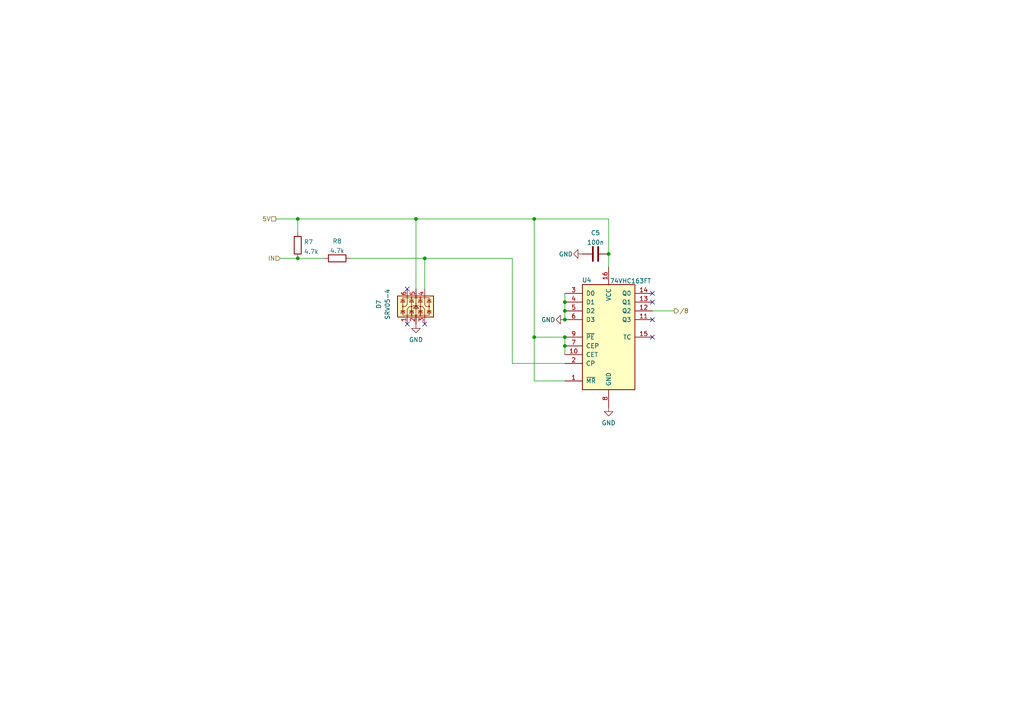
<source format=kicad_sch>
(kicad_sch (version 20230121) (generator eeschema)
  (paper "A4")
  (lib_symbols
    (symbol "74xx:74LS163" (pin_names (offset 1.016))
      (property "Reference" "U" (at -7.62 16.51 0))
      (property "Value" "74LS163" (at -7.62 -16.51 0))
      (symbol "74LS163_1_0"
        (pin input line (at -12.7 -12.7 0) (length 5.08) (name "~{MR}") (number "1"))
        (pin input line (at -12.7 -5.08 0) (length 5.08) (name "CET") (number "10"))
        (pin output line (at 12.7 5.08 180) (length 5.08) (name "Q3") (number "11"))
        (pin output line (at 12.7 7.62 180) (length 5.08) (name "Q2") (number "12"))
        (pin output line (at 12.7 10.16 180) (length 5.08) (name "Q1") (number "13"))
        (pin output line (at 12.7 12.7 180) (length 5.08) (name "Q0") (number "14"))
        (pin output line (at 12.7 0 180) (length 5.08) (name "TC") (number "15"))
        (pin power_in line (at 0 20.32 270) (length 5.08) (name "VCC") (number "16"))
        (pin input line (at -12.7 -7.62 0) (length 5.08) (name "CP") (number "2"))
        (pin input line (at -12.7 12.7 0) (length 5.08) (name "D0") (number "3"))
        (pin input line (at -12.7 10.16 0) (length 5.08) (name "D1") (number "4"))
        (pin input line (at -12.7 7.62 0) (length 5.08) (name "D2") (number "5"))
        (pin input line (at -12.7 5.08 0) (length 5.08) (name "D3") (number "6"))
        (pin input line (at -12.7 -2.54 0) (length 5.08) (name "CEP") (number "7"))
        (pin power_in line (at 0 -20.32 90) (length 5.08) (name "GND") (number "8"))
        (pin input line (at -12.7 0 0) (length 5.08) (name "~{PE}") (number "9"))
      )
      (symbol "74LS163_1_1"
        (rectangle (start -7.62 15.24) (end 7.62 -15.24) (stroke (width 0.254)) (fill (type background)))
      )
    )
    (symbol "Device:C" (pin_numbers hide) (pin_names (offset 0.254))
      (property "Reference" "C" (at 0.635 2.54 0))
      (property "Value" "C" (at 0.635 -2.54 0))
      (symbol "C_0_1"
        (polyline (pts (xy -2.032 -0.762) (xy 2.032 -0.762)) (stroke (width 0.508)))
        (polyline (pts (xy -2.032 0.762) (xy 2.032 0.762)) (stroke (width 0.508)))
      )
      (symbol "C_1_1"
        (pin passive line (at 0 3.81 270) (length 2.794) (name "~") (number "1"))
        (pin passive line (at 0 -3.81 90) (length 2.794) (name "~") (number "2"))
      )
    )
    (symbol "Device:R" (pin_numbers hide) (pin_names (offset 0))
      (property "Reference" "R" (at 2.032 0 90))
      (property "Value" "R" (at 0 0 90))
      (symbol "R_0_1"
        (rectangle (start -1.016 -2.54) (end 1.016 2.54) (stroke (width 0.254)))
      )
      (symbol "R_1_1"
        (pin passive line (at 0 3.81 270) (length 1.27) (name "~") (number "1"))
        (pin passive line (at 0 -3.81 90) (length 1.27) (name "~") (number "2"))
      )
    )
    (symbol "Power_Protection:NUP4202"
      (property "Reference" "U" (at -6.985 -2.54 0))
      (property "Value" "NUP4202" (at 6.35 1.27 90))
      (symbol "NUP4202_0_1"
        (rectangle (start -5.334 3.048) (end 5.08 -3.048) (stroke (width 0.254)) (fill (type background)))
        (circle (center -3.81 0) (radius 0.127))
        (circle (center -3.81 0) (radius 0.127))
        (circle (center -1.27 -2.54) (radius 0.127))
        (circle (center -1.27 -2.54) (radius 0.127))
        (circle (center -1.27 0) (radius 0.127))
        (circle (center -1.27 0) (radius 0.127))
        (circle (center -1.27 2.54) (radius 0.127))
        (circle (center -1.27 2.54) (radius 0.127))
        (circle (center 0 -2.54) (radius 0.127))
        (circle (center 0 -2.54) (radius 0.127))
        (polyline (pts (xy -4.445 -1.27) (xy -3.175 -1.27)))
        (polyline (pts (xy -4.445 -1.27) (xy -3.175 -1.27)))
        (polyline (pts (xy -4.445 1.905) (xy -3.175 1.905)))
        (polyline (pts (xy -3.81 -2.54) (xy -3.81 -0.635)))
        (polyline (pts (xy -3.81 -2.54) (xy 3.81 -2.54)))
        (polyline (pts (xy -3.81 -0.635) (xy -3.81 0.635)))
        (polyline (pts (xy -3.81 0.635) (xy -3.81 2.54)))
        (polyline (pts (xy -3.81 2.54) (xy 3.81 2.54)))
        (polyline (pts (xy -3.81 2.54) (xy 3.81 2.54)))
        (polyline (pts (xy -1.905 -1.27) (xy -0.635 -1.27)))
        (polyline (pts (xy -1.905 -1.27) (xy -0.635 -1.27)))
        (polyline (pts (xy -1.905 1.905) (xy -0.635 1.905)))
        (polyline (pts (xy -1.27 -2.54) (xy -1.27 -0.635)))
        (polyline (pts (xy -1.27 -2.54) (xy -1.27 -0.635)))
        (polyline (pts (xy -1.27 0.635) (xy -1.27 -0.635)))
        (polyline (pts (xy -1.27 0.635) (xy -1.27 2.54)))
        (polyline (pts (xy 0 -0.889) (xy 0 -3.81)))
        (polyline (pts (xy 0 -0.889) (xy 0 1.016)))
        (polyline (pts (xy 0 -0.889) (xy 0 1.016)))
        (polyline (pts (xy 0 1.016) (xy 0 3.81)))
        (polyline (pts (xy 0.635 -1.27) (xy 1.905 -1.27)))
        (polyline (pts (xy 0.635 -1.27) (xy 1.905 -1.27)))
        (polyline (pts (xy 0.635 1.905) (xy 1.905 1.905)))
        (polyline (pts (xy 1.27 -2.54) (xy 1.27 -0.635)))
        (polyline (pts (xy 1.27 -2.54) (xy 1.27 -0.635)))
        (polyline (pts (xy 1.27 0.635) (xy 1.27 -0.635)))
        (polyline (pts (xy 1.27 0.635) (xy 1.27 2.54)))
        (polyline (pts (xy 3.175 -1.27) (xy 4.445 -1.27)))
        (polyline (pts (xy 3.175 -1.27) (xy 4.445 -1.27)))
        (polyline (pts (xy 3.175 1.905) (xy 4.445 1.905)))
        (polyline (pts (xy 3.81 -2.54) (xy 3.81 -0.635)))
        (polyline (pts (xy 3.81 0.635) (xy 3.81 -0.635)))
        (polyline (pts (xy 3.81 0.635) (xy 3.81 2.54)))
        (polyline (pts (xy 0.762 0.254) (xy -0.762 0.254) (xy -0.762 0)))
        (polyline (pts (xy -4.445 -1.905) (xy -3.175 -1.905) (xy -3.81 -1.27) (xy -4.445 -1.905)))
        (polyline (pts (xy -4.445 1.27) (xy -3.175 1.27) (xy -3.81 1.905) (xy -4.445 1.27)))
        (polyline (pts (xy -2.54 -3.81) (xy -2.54 -0.762) (xy -1.905 0) (xy -1.27 0)))
        (polyline (pts (xy -2.54 3.81) (xy -2.54 0.635) (xy -3.048 0) (xy -3.937 0)))
        (polyline (pts (xy -1.905 -1.905) (xy -0.635 -1.905) (xy -1.27 -1.27) (xy -1.905 -1.905)))
        (polyline (pts (xy -1.905 1.27) (xy -0.635 1.27) (xy -1.27 1.905) (xy -1.905 1.27)))
        (polyline (pts (xy -0.762 -0.508) (xy 0.762 -0.508) (xy 0 0.254) (xy -0.762 -0.508)))
        (polyline (pts (xy -0.762 -0.508) (xy 0.762 -0.508) (xy 0 0.254) (xy -0.762 -0.508)))
        (polyline (pts (xy 0.635 -1.905) (xy 1.905 -1.905) (xy 1.27 -1.27) (xy 0.635 -1.905)))
        (polyline (pts (xy 0.635 1.27) (xy 1.905 1.27) (xy 1.27 1.905) (xy 0.635 1.27)))
        (polyline (pts (xy 2.54 -3.81) (xy 2.54 -0.762) (xy 1.905 0) (xy 1.143 0)))
        (polyline (pts (xy 2.54 3.81) (xy 2.54 0.508) (xy 2.921 0) (xy 3.81 0)))
        (polyline (pts (xy 3.175 -1.905) (xy 4.445 -1.905) (xy 3.81 -1.27) (xy 3.175 -1.905)))
        (polyline (pts (xy 3.175 1.27) (xy 4.445 1.27) (xy 3.81 1.905) (xy 3.175 1.27)))
        (circle (center 0 2.54) (radius 0.127))
        (circle (center 0 2.54) (radius 0.127))
        (circle (center 1.27 -2.54) (radius 0.127))
        (circle (center 1.27 -2.54) (radius 0.127))
        (circle (center 1.27 0) (radius 0.127))
        (circle (center 1.27 0) (radius 0.127))
        (circle (center 1.27 2.54) (radius 0.127))
        (circle (center 1.27 2.54) (radius 0.127))
        (circle (center 3.81 0) (radius 0.127))
        (circle (center 3.81 0) (radius 0.127))
      )
      (symbol "NUP4202_1_1"
        (pin passive line (at -2.54 -5.08 90) (length 2.54) (name "~") (number "1"))
        (pin passive line (at 0 -5.08 90) (length 2.54) (name "~") (number "2"))
        (pin passive line (at 2.54 -5.08 90) (length 2.54) (name "~") (number "3"))
        (pin passive line (at 2.54 5.08 270) (length 2.54) (name "~") (number "4"))
        (pin passive line (at 0 5.08 270) (length 2.54) (name "~") (number "5"))
        (pin passive line (at -2.54 5.08 270) (length 2.54) (name "~") (number "6"))
      )
    )
    (symbol "power:GND" (power) (pin_names (offset 0))
      (property "Value" "GND" (at 0 -3.81 0))
      (symbol "GND_0_1"
        (polyline (pts (xy 0 0) (xy 0 -1.27) (xy 1.27 -1.27) (xy 0 -2.54) (xy -1.27 -1.27) (xy 0 -1.27)))
      )
      (symbol "GND_1_1"
        (pin power_in line (at 0 0 270) (length 0) hide (name "GND") (number "1"))
      )
    )
  )
  (junction (at 154.94 63.5))
  (junction (at 163.83 100.33))
  (junction (at 163.83 97.79))
  (junction (at 86.36 63.5))
  (junction (at 163.83 87.63))
  (junction (at 120.65 63.5))
  (junction (at 163.83 90.17))
  (junction (at 176.53 73.66))
  (junction (at 163.83 92.71))
  (junction (at 154.94 97.79))
  (junction (at 123.19 74.93))
  (junction (at 86.36 74.93))
  (no_connect (at 123.19 93.98))
  (no_connect (at 118.11 83.82))
  (no_connect (at 189.23 87.63))
  (no_connect (at 189.23 92.71))
  (no_connect (at 118.11 93.98))
  (no_connect (at 189.23 97.79))
  (no_connect (at 189.23 85.09))
  (wire (pts (xy 120.65 63.5) (xy 120.65 83.82)))
  (wire (pts (xy 176.53 73.66) (xy 176.53 77.47)))
  (wire (pts (xy 163.83 87.63) (xy 163.83 90.17)))
  (wire (pts (xy 163.83 110.49) (xy 154.94 110.49)))
  (wire (pts (xy 86.36 67.31) (xy 86.36 63.5)))
  (wire (pts (xy 163.83 85.09) (xy 163.83 87.63)))
  (wire (pts (xy 120.65 63.5) (xy 86.36 63.5)))
  (wire (pts (xy 154.94 97.79) (xy 154.94 63.5)))
  (wire (pts (xy 81.28 74.93) (xy 86.36 74.93)))
  (wire (pts (xy 101.6 74.93) (xy 123.19 74.93)))
  (wire (pts (xy 154.94 110.49) (xy 154.94 97.79)))
  (wire (pts (xy 154.94 63.5) (xy 120.65 63.5)))
  (wire (pts (xy 148.59 105.41) (xy 148.59 74.93)))
  (wire (pts (xy 163.83 97.79) (xy 154.94 97.79)))
  (wire (pts (xy 123.19 74.93) (xy 148.59 74.93)))
  (wire (pts (xy 86.36 74.93) (xy 93.98 74.93)))
  (wire (pts (xy 163.83 97.79) (xy 163.83 100.33)))
  (wire (pts (xy 176.53 63.5) (xy 154.94 63.5)))
  (wire (pts (xy 176.53 63.5) (xy 176.53 73.66)))
  (wire (pts (xy 123.19 74.93) (xy 123.19 83.82)))
  (wire (pts (xy 86.36 63.5) (xy 80.01 63.5)))
  (wire (pts (xy 163.83 105.41) (xy 148.59 105.41)))
  (wire (pts (xy 163.83 90.17) (xy 163.83 92.71)))
  (wire (pts (xy 163.83 100.33) (xy 163.83 102.87)))
  (wire (pts (xy 195.58 90.17) (xy 189.23 90.17)))
  (hierarchical_label "IN" (shape input) (at 81.28 74.93 180))
  (hierarchical_label "{slash}8" (shape output) (at 195.58 90.17 0))
  (hierarchical_label "5V" (shape passive) (at 80.01 63.5 180))
  (symbol (lib_id "power:GND") (at 163.83 92.71 270) (unit 1)
    (property "Reference" "#PWR0158" (effects hide))
    (property "Value" "GND" (at 156.9776 92.7643 90) (effects (justify left)))
    (instances (project "frequency-divider" (path "" (reference "#PWR0158") (unit 1))) (project "hellen-112-17" (path "" (reference "#PWR0171") (unit 1))))
  )
  (symbol (lib_id "power:GND") (at 120.65 93.98 0) (unit 1)
    (property "Reference" "#PWR0162" (effects hide))
    (property "Value" "GND" (at 120.65 98.5426 0))
    (instances (project "frequency-divider" (path "" (reference "#PWR0162") (unit 1))) (project "hellen-112-17" (path "" (reference "#PWR0172") (unit 1))))
  )
  (symbol (lib_id "Device:C") (at 172.72 73.66 90) (unit 1)
    (property "Reference" "C5" (at 172.72 67.5344 90))
    (property "Value" "100n" (at 172.72 70.3095 90))
    (property "Footprint" "Capacitor_SMD:C_0603_1608Metric_Pad1.08x0.95mm_HandSolder" (effects hide))
    (property "LCSC" "C14663" (effects hide))
    (instances (project "frequency-divider" (path "" (reference "C5") (unit 1))) (project "hellen-112-17" (path "" (reference "C14") (unit 1))))
  )
  (symbol (lib_id "Power_Protection:NUP4202") (at 120.65 88.9 0) (unit 1)
    (property "Reference" "D7" (at 109.855 88.265 90))
    (property "Value" "SRV05-4" (at 112.395 88.265 90))
    (property "Footprint" "Package_TO_SOT_SMD:SOT-23-6" (effects hide))
    (property "LCSC" "C85364" (effects hide))
    (instances (project "GDI-4ch" (path "" (reference "D7") (unit 1))) (project "hellen-112-17" (path "" (reference "D10") (unit 1)) (path "" (reference "D12") (unit 1))))
  )
  (symbol (lib_id "Device:R") (at 97.79 74.93 270) (unit 1)
    (property "Reference" "R8" (at 97.79 69.9474 90))
    (property "Value" "4.7k" (at 97.79 72.7225 90))
    (property "Footprint" "Resistor_SMD:R_0603_1608Metric_Pad0.98x0.95mm_HandSolder" (effects hide))
    (property "LCSC" "C23162" (effects hide))
    (instances (project "frequency-divider" (path "" (reference "R8") (unit 1))) (project "hellen-112-17" (path "" (reference "R20") (unit 1))))
  )
  (symbol (lib_id "power:GND") (at 168.91 73.66 270) (unit 1)
    (property "Reference" "#PWR0156" (effects hide))
    (property "Value" "GND" (at 162.0576 73.7143 90) (effects (justify left)))
    (instances (project "frequency-divider" (path "" (reference "#PWR0156") (unit 1))) (project "hellen-112-17" (path "" (reference "#PWR0170") (unit 1))))
  )
  (symbol (lib_id "power:GND") (at 176.53 118.11 0) (unit 1)
    (property "Reference" "#PWR0151" (effects hide))
    (property "Value" "GND" (at 176.53 122.6726 0))
    (instances (project "frequency-divider" (path "" (reference "#PWR0151") (unit 1))) (project "hellen-112-17" (path "" (reference "#PWR0169") (unit 1))))
  )
  (symbol (lib_id "74xx:74LS163") (at 176.53 97.79 0) (unit 1)
    (property "Reference" "U4" (at 170.18 81.2504 0))
    (property "Value" "74VHC163FT" (at 182.88 81.4855 0))
    (property "Footprint" "Package_SO:TSSOP-16_4.4x5mm_P0.65mm" (effects hide))
    (property "LCSC" "C150161" (effects hide))
    (instances (project "frequency-divider" (path "" (reference "U4") (unit 1))) (project "hellen-112-17" (path "" (reference "U7") (unit 1))))
  )
  (symbol (lib_id "Device:R") (at 86.36 71.12 180) (unit 1)
    (property "Reference" "R7" (at 88.1381 70.2115 0) (effects (justify right)))
    (property "Value" "4.7k" (at 88.1381 72.9866 0) (effects (justify right)))
    (property "Footprint" "Resistor_SMD:R_0603_1608Metric_Pad0.98x0.95mm_HandSolder" (effects hide))
    (property "LCSC" "C23162" (effects hide))
    (instances (project "frequency-divider" (path "" (reference "R7") (unit 1))) (project "hellen-112-17" (path "" (reference "R19") (unit 1))))
  )
)
</source>
